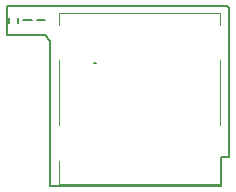
<source format=gto>
G04*
G04 #@! TF.GenerationSoftware,Altium Limited,Altium Designer,20.0.10 (225)*
G04*
G04 Layer_Color=65535*
%FSLAX25Y25*%
%MOIN*%
G70*
G01*
G75*
%ADD10C,0.00787*%
%ADD11C,0.00394*%
%ADD12C,0.00800*%
D10*
X30118Y41535D02*
X29331D01*
X30118D01*
X71659Y394D02*
Y10267D01*
X74606D01*
X394Y50689D02*
Y60532D01*
Y50689D02*
X12992D01*
X14764Y48917D01*
Y394D02*
Y48917D01*
Y394D02*
X71659D01*
X74606Y10267D02*
Y59744D01*
X394Y60532D02*
X73819D01*
X10335Y55709D02*
X13287D01*
X5709Y55709D02*
X8661D01*
X73819Y60532D02*
X74606Y59744D01*
D11*
X17913Y54134D02*
Y58071D01*
X71457D01*
Y54134D02*
Y58071D01*
X17913Y20669D02*
Y42323D01*
X71457Y20669D02*
Y42323D01*
X17913Y6890D02*
Y8858D01*
X71457Y6890D02*
Y8858D01*
X17913Y984D02*
Y6890D01*
Y984D02*
X71457D01*
Y6890D01*
D12*
X1099Y54925D02*
X1099Y56500D01*
X4035Y54921D02*
X4035Y56496D01*
M02*

</source>
